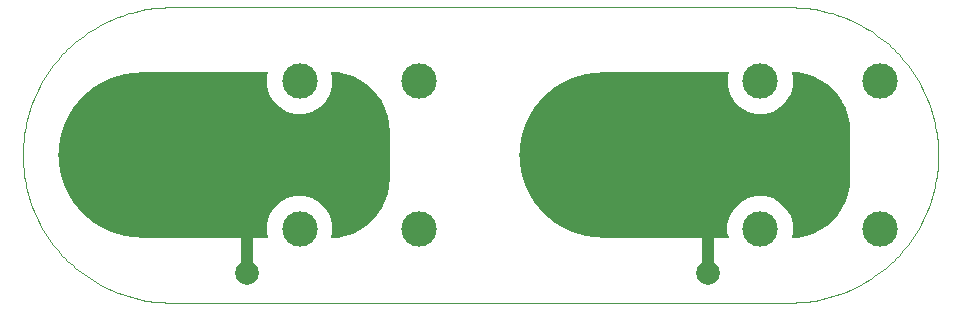
<source format=gbl>
G04 EAGLE Gerber RS-274X export*
G75*
%MOMM*%
%FSLAX35Y35*%
%LPD*%
%INcopper_bottom*%
%IPPOS*%
%AMOC8*
5,1,8,0,0,1.08239X$1,22.5*%
G01*
%ADD10C,0.000000*%
%ADD11C,3.000000*%
%ADD12C,5.000000*%
%ADD13C,14.000000*%
%ADD14C,2.000000*%
%ADD15C,1.016000*%

G36*
X-878634Y-704854D02*
X-878634Y-704854D01*
X-877903Y-704785D01*
X-877665Y-704657D01*
X-877401Y-704603D01*
X-876797Y-704189D01*
X-876152Y-703842D01*
X-875983Y-703631D01*
X-875760Y-703478D01*
X-875364Y-702859D01*
X-874907Y-702289D01*
X-874834Y-702030D01*
X-874688Y-701802D01*
X-874565Y-701078D01*
X-874366Y-700374D01*
X-874394Y-700074D01*
X-874354Y-699840D01*
X-874456Y-699409D01*
X-874522Y-698706D01*
X-884500Y-661468D01*
X-884500Y-588532D01*
X-865623Y-518082D01*
X-829155Y-454917D01*
X-777583Y-403345D01*
X-714418Y-366877D01*
X-643968Y-347999D01*
X-571032Y-347999D01*
X-500582Y-366877D01*
X-437417Y-403345D01*
X-385845Y-454917D01*
X-349377Y-518082D01*
X-330499Y-588532D01*
X-330499Y-661468D01*
X-340221Y-697748D01*
X-340276Y-698641D01*
X-340368Y-699529D01*
X-340337Y-699629D01*
X-340343Y-699735D01*
X-340046Y-700577D01*
X-339784Y-701431D01*
X-339716Y-701512D01*
X-339681Y-701611D01*
X-339079Y-702270D01*
X-338504Y-702955D01*
X-338411Y-703003D01*
X-338339Y-703081D01*
X-337529Y-703453D01*
X-336732Y-703859D01*
X-336617Y-703871D01*
X-336531Y-703910D01*
X-336118Y-703923D01*
X-335065Y-704031D01*
X-284410Y-700711D01*
X-284135Y-700636D01*
X-283762Y-700626D01*
X-219615Y-687866D01*
X-219352Y-687756D01*
X-218984Y-687697D01*
X-157052Y-666674D01*
X-156805Y-666530D01*
X-156447Y-666423D01*
X-97789Y-637497D01*
X-97563Y-637322D01*
X-97223Y-637170D01*
X-42842Y-600833D01*
X-42641Y-600631D01*
X-42323Y-600435D01*
X6850Y-557312D01*
X7023Y-557085D01*
X7312Y-556850D01*
X50435Y-507677D01*
X50577Y-507429D01*
X50833Y-507158D01*
X87170Y-452778D01*
X87278Y-452513D01*
X87497Y-452211D01*
X116423Y-393553D01*
X116496Y-393277D01*
X116674Y-392948D01*
X137697Y-331016D01*
X137733Y-330734D01*
X137866Y-330385D01*
X150626Y-266238D01*
X150625Y-265953D01*
X150711Y-265590D01*
X154989Y-200327D01*
X154969Y-200180D01*
X154999Y-200000D01*
X154999Y200000D01*
X154994Y200028D01*
X154997Y200048D01*
X154971Y200156D01*
X154989Y200327D01*
X150711Y265590D01*
X150636Y265865D01*
X150626Y266238D01*
X137866Y330385D01*
X137756Y330648D01*
X137697Y331016D01*
X116674Y392948D01*
X116530Y393195D01*
X116423Y393553D01*
X87497Y452211D01*
X87322Y452437D01*
X87170Y452778D01*
X50833Y507158D01*
X50631Y507359D01*
X50435Y507677D01*
X7312Y556850D01*
X7085Y557023D01*
X6850Y557312D01*
X-42323Y600435D01*
X-42571Y600577D01*
X-42842Y600833D01*
X-97223Y637170D01*
X-97487Y637278D01*
X-97789Y637497D01*
X-156447Y666423D01*
X-156723Y666496D01*
X-157052Y666674D01*
X-218984Y687697D01*
X-219266Y687733D01*
X-219615Y687866D01*
X-283762Y700626D01*
X-284047Y700625D01*
X-284410Y700711D01*
X-334693Y704007D01*
X-335574Y703887D01*
X-336467Y703803D01*
X-336561Y703753D01*
X-336664Y703739D01*
X-337428Y703286D01*
X-338219Y702860D01*
X-338285Y702777D01*
X-338375Y702724D01*
X-338906Y702003D01*
X-339464Y701307D01*
X-339492Y701207D01*
X-339555Y701121D01*
X-339763Y700250D01*
X-340005Y699393D01*
X-339994Y699278D01*
X-340016Y699185D01*
X-339947Y698776D01*
X-339848Y697724D01*
X-329999Y660968D01*
X-329999Y588032D01*
X-348877Y517582D01*
X-385345Y454417D01*
X-436917Y402845D01*
X-500082Y366377D01*
X-570532Y347499D01*
X-643468Y347499D01*
X-713918Y366377D01*
X-777083Y402845D01*
X-828655Y454417D01*
X-865123Y517582D01*
X-884000Y588032D01*
X-884000Y660968D01*
X-873888Y698706D01*
X-873843Y699438D01*
X-873720Y700160D01*
X-873783Y700423D01*
X-873766Y700692D01*
X-874010Y701383D01*
X-874178Y702096D01*
X-874338Y702314D01*
X-874428Y702568D01*
X-874921Y703109D01*
X-875356Y703701D01*
X-875588Y703839D01*
X-875770Y704038D01*
X-876434Y704343D01*
X-877065Y704719D01*
X-877364Y704769D01*
X-877578Y704868D01*
X-878019Y704881D01*
X-878717Y704999D01*
X-1950000Y704999D01*
X-1950080Y704983D01*
X-1950160Y704997D01*
X-1951053Y704785D01*
X-1951950Y704603D01*
X-1952017Y704558D01*
X-1952096Y704539D01*
X-1952836Y703996D01*
X-1953591Y703478D01*
X-1953635Y703410D01*
X-1953701Y703362D01*
X-1954170Y702573D01*
X-1954663Y701802D01*
X-1954677Y701722D01*
X-1954719Y701652D01*
X-1954999Y700000D01*
X-1954999Y-700000D01*
X-1954983Y-700080D01*
X-1954997Y-700160D01*
X-1954785Y-701053D01*
X-1954603Y-701950D01*
X-1954558Y-702017D01*
X-1954539Y-702096D01*
X-1953996Y-702836D01*
X-1953478Y-703591D01*
X-1953410Y-703635D01*
X-1953362Y-703701D01*
X-1952573Y-704170D01*
X-1951802Y-704663D01*
X-1951722Y-704677D01*
X-1951652Y-704719D01*
X-1950000Y-704999D01*
X-879351Y-704999D01*
X-878634Y-704854D01*
G37*
G36*
X3021366Y-704854D02*
X3021366Y-704854D01*
X3022096Y-704785D01*
X3022334Y-704657D01*
X3022598Y-704603D01*
X3023203Y-704189D01*
X3023848Y-703842D01*
X3024017Y-703631D01*
X3024240Y-703478D01*
X3024635Y-702859D01*
X3025093Y-702289D01*
X3025166Y-702030D01*
X3025312Y-701802D01*
X3025435Y-701078D01*
X3025634Y-700374D01*
X3025606Y-700074D01*
X3025645Y-699840D01*
X3025543Y-699409D01*
X3025478Y-698706D01*
X3015499Y-661468D01*
X3015499Y-588532D01*
X3034377Y-518082D01*
X3070845Y-454917D01*
X3122417Y-403345D01*
X3185582Y-366877D01*
X3256032Y-347999D01*
X3328968Y-347999D01*
X3399418Y-366877D01*
X3462583Y-403345D01*
X3514155Y-454917D01*
X3550623Y-518082D01*
X3569500Y-588532D01*
X3569500Y-661468D01*
X3559779Y-697748D01*
X3559724Y-698641D01*
X3559632Y-699529D01*
X3559663Y-699629D01*
X3559657Y-699735D01*
X3559954Y-700577D01*
X3560216Y-701431D01*
X3560284Y-701512D01*
X3560319Y-701611D01*
X3560920Y-702270D01*
X3561496Y-702955D01*
X3561589Y-703003D01*
X3561660Y-703081D01*
X3562471Y-703453D01*
X3563268Y-703859D01*
X3563383Y-703871D01*
X3563469Y-703910D01*
X3563882Y-703923D01*
X3564935Y-704031D01*
X3615590Y-700711D01*
X3615865Y-700636D01*
X3616238Y-700626D01*
X3680385Y-687866D01*
X3680648Y-687756D01*
X3681016Y-687697D01*
X3742948Y-666674D01*
X3743195Y-666530D01*
X3743553Y-666423D01*
X3802211Y-637497D01*
X3802437Y-637322D01*
X3802778Y-637170D01*
X3857158Y-600833D01*
X3857359Y-600631D01*
X3857677Y-600435D01*
X3906850Y-557312D01*
X3907023Y-557085D01*
X3907312Y-556850D01*
X3950435Y-507677D01*
X3950577Y-507429D01*
X3950833Y-507158D01*
X3987170Y-452778D01*
X3987278Y-452513D01*
X3987497Y-452211D01*
X4016423Y-393553D01*
X4016496Y-393277D01*
X4016674Y-392948D01*
X4037697Y-331016D01*
X4037733Y-330734D01*
X4037866Y-330385D01*
X4050626Y-266238D01*
X4050625Y-265953D01*
X4050711Y-265590D01*
X4054989Y-200327D01*
X4054969Y-200180D01*
X4054999Y-200000D01*
X4054999Y200000D01*
X4054994Y200028D01*
X4054997Y200048D01*
X4054971Y200156D01*
X4054989Y200327D01*
X4050711Y265590D01*
X4050636Y265865D01*
X4050626Y266238D01*
X4037866Y330385D01*
X4037756Y330648D01*
X4037697Y331016D01*
X4016674Y392948D01*
X4016530Y393195D01*
X4016423Y393553D01*
X3987497Y452211D01*
X3987322Y452437D01*
X3987170Y452778D01*
X3950833Y507158D01*
X3950631Y507359D01*
X3950435Y507677D01*
X3907312Y556850D01*
X3907085Y557023D01*
X3906850Y557312D01*
X3857677Y600435D01*
X3857429Y600577D01*
X3857158Y600833D01*
X3802778Y637170D01*
X3802513Y637278D01*
X3802211Y637497D01*
X3743553Y666423D01*
X3743277Y666496D01*
X3742948Y666674D01*
X3681016Y687697D01*
X3680734Y687733D01*
X3680385Y687866D01*
X3616238Y700626D01*
X3615953Y700625D01*
X3615590Y700711D01*
X3565307Y704007D01*
X3564425Y703887D01*
X3563533Y703803D01*
X3563439Y703753D01*
X3563336Y703739D01*
X3562572Y703286D01*
X3561781Y702860D01*
X3561714Y702777D01*
X3561624Y702724D01*
X3561094Y702003D01*
X3560536Y701307D01*
X3560508Y701207D01*
X3560445Y701121D01*
X3560237Y700250D01*
X3559995Y699393D01*
X3560006Y699278D01*
X3559984Y699185D01*
X3560053Y698776D01*
X3560151Y697724D01*
X3570000Y660968D01*
X3570000Y588032D01*
X3551123Y517582D01*
X3514655Y454417D01*
X3463083Y402845D01*
X3399918Y366377D01*
X3329468Y347499D01*
X3256532Y347499D01*
X3186082Y366377D01*
X3122917Y402845D01*
X3071345Y454417D01*
X3034877Y517582D01*
X3015999Y588032D01*
X3015999Y660968D01*
X3026112Y698706D01*
X3026157Y699438D01*
X3026279Y700160D01*
X3026217Y700423D01*
X3026234Y700692D01*
X3025990Y701383D01*
X3025821Y702096D01*
X3025661Y702314D01*
X3025572Y702568D01*
X3025078Y703109D01*
X3024644Y703701D01*
X3024412Y703839D01*
X3024230Y704038D01*
X3023565Y704343D01*
X3022934Y704719D01*
X3022636Y704769D01*
X3022421Y704868D01*
X3021980Y704881D01*
X3021283Y704999D01*
X1950000Y704999D01*
X1949920Y704983D01*
X1949840Y704997D01*
X1948947Y704785D01*
X1948050Y704603D01*
X1947983Y704558D01*
X1947904Y704539D01*
X1947164Y703996D01*
X1946409Y703478D01*
X1946365Y703410D01*
X1946299Y703362D01*
X1945830Y702573D01*
X1945337Y701802D01*
X1945323Y701722D01*
X1945281Y701652D01*
X1945001Y700000D01*
X1945001Y-700000D01*
X1945017Y-700080D01*
X1945003Y-700160D01*
X1945215Y-701053D01*
X1945397Y-701950D01*
X1945443Y-702017D01*
X1945461Y-702096D01*
X1946004Y-702836D01*
X1946522Y-703591D01*
X1946590Y-703635D01*
X1946638Y-703701D01*
X1947428Y-704170D01*
X1948198Y-704663D01*
X1948278Y-704677D01*
X1948348Y-704719D01*
X1950000Y-704999D01*
X3020648Y-704999D01*
X3021366Y-704854D01*
G37*
D10*
X-1700000Y1250000D02*
X3550000Y1250000D01*
X3580205Y1249635D01*
X3610392Y1248540D01*
X3640544Y1246716D01*
X3670642Y1244165D01*
X3700671Y1240886D01*
X3730611Y1236883D01*
X3760446Y1232158D01*
X3790158Y1226713D01*
X3819730Y1220551D01*
X3849145Y1213677D01*
X3878384Y1206094D01*
X3907432Y1197807D01*
X3936271Y1188821D01*
X3964885Y1179140D01*
X3993256Y1168770D01*
X4021369Y1157718D01*
X4049206Y1145990D01*
X4076751Y1133593D01*
X4103989Y1120534D01*
X4130904Y1106820D01*
X4157479Y1092460D01*
X4183700Y1077462D01*
X4209550Y1061835D01*
X4235016Y1045588D01*
X4260081Y1028730D01*
X4284732Y1011271D01*
X4308953Y993222D01*
X4332731Y974593D01*
X4356053Y955395D01*
X4378903Y935638D01*
X4401270Y915336D01*
X4423139Y894499D01*
X4444499Y873139D01*
X4465336Y851270D01*
X4485638Y828903D01*
X4505395Y806053D01*
X4524593Y782731D01*
X4543222Y758953D01*
X4561271Y734732D01*
X4578730Y710081D01*
X4595588Y685016D01*
X4611835Y659550D01*
X4627462Y633700D01*
X4642460Y607479D01*
X4656820Y580904D01*
X4670534Y553989D01*
X4683593Y526751D01*
X4695990Y499206D01*
X4707718Y471369D01*
X4718770Y443256D01*
X4729140Y414885D01*
X4738821Y386271D01*
X4747807Y357432D01*
X4756094Y328384D01*
X4763677Y299145D01*
X4770551Y269730D01*
X4776713Y240158D01*
X4782158Y210446D01*
X4786883Y180611D01*
X4790886Y150671D01*
X4794165Y120642D01*
X4796716Y90544D01*
X4798540Y60392D01*
X4799635Y30205D01*
X4800000Y0D01*
X4799635Y-30205D01*
X4798540Y-60392D01*
X4796716Y-90544D01*
X4794165Y-120642D01*
X4790886Y-150671D01*
X4786883Y-180611D01*
X4782158Y-210446D01*
X4776713Y-240158D01*
X4770551Y-269730D01*
X4763677Y-299145D01*
X4756094Y-328384D01*
X4747807Y-357432D01*
X4738821Y-386271D01*
X4729140Y-414885D01*
X4718770Y-443256D01*
X4707718Y-471369D01*
X4695990Y-499206D01*
X4683593Y-526751D01*
X4670534Y-553989D01*
X4656820Y-580904D01*
X4642460Y-607479D01*
X4627462Y-633700D01*
X4611835Y-659550D01*
X4595588Y-685016D01*
X4578730Y-710081D01*
X4561271Y-734732D01*
X4543222Y-758953D01*
X4524593Y-782731D01*
X4505395Y-806053D01*
X4485638Y-828903D01*
X4465336Y-851270D01*
X4444499Y-873139D01*
X4423139Y-894499D01*
X4401270Y-915336D01*
X4378903Y-935638D01*
X4356053Y-955395D01*
X4332731Y-974593D01*
X4308953Y-993222D01*
X4284732Y-1011271D01*
X4260081Y-1028730D01*
X4235016Y-1045588D01*
X4209550Y-1061835D01*
X4183700Y-1077462D01*
X4157479Y-1092460D01*
X4130904Y-1106820D01*
X4103989Y-1120534D01*
X4076751Y-1133593D01*
X4049206Y-1145990D01*
X4021369Y-1157718D01*
X3993256Y-1168770D01*
X3964885Y-1179140D01*
X3936271Y-1188821D01*
X3907432Y-1197807D01*
X3878384Y-1206094D01*
X3849145Y-1213677D01*
X3819730Y-1220551D01*
X3790158Y-1226713D01*
X3760446Y-1232158D01*
X3730611Y-1236883D01*
X3700671Y-1240886D01*
X3670642Y-1244165D01*
X3640544Y-1246716D01*
X3610392Y-1248540D01*
X3580205Y-1249635D01*
X3550000Y-1250000D01*
X-1700000Y-1250000D01*
X-1730205Y-1249635D01*
X-1760392Y-1248540D01*
X-1790544Y-1246716D01*
X-1820642Y-1244165D01*
X-1850671Y-1240886D01*
X-1880611Y-1236883D01*
X-1910446Y-1232158D01*
X-1940158Y-1226713D01*
X-1969730Y-1220551D01*
X-1999145Y-1213677D01*
X-2028384Y-1206094D01*
X-2057432Y-1197807D01*
X-2086271Y-1188821D01*
X-2114885Y-1179140D01*
X-2143256Y-1168770D01*
X-2171369Y-1157718D01*
X-2199206Y-1145990D01*
X-2226751Y-1133593D01*
X-2253989Y-1120534D01*
X-2280904Y-1106820D01*
X-2307479Y-1092460D01*
X-2333700Y-1077462D01*
X-2359550Y-1061835D01*
X-2385016Y-1045588D01*
X-2410081Y-1028730D01*
X-2434732Y-1011271D01*
X-2458953Y-993222D01*
X-2482731Y-974593D01*
X-2506053Y-955395D01*
X-2528903Y-935638D01*
X-2551270Y-915336D01*
X-2573139Y-894499D01*
X-2594499Y-873139D01*
X-2615336Y-851270D01*
X-2635638Y-828903D01*
X-2655395Y-806053D01*
X-2674593Y-782731D01*
X-2693222Y-758953D01*
X-2711271Y-734732D01*
X-2728730Y-710081D01*
X-2745588Y-685016D01*
X-2761835Y-659550D01*
X-2777462Y-633700D01*
X-2792460Y-607479D01*
X-2806820Y-580904D01*
X-2820534Y-553989D01*
X-2833593Y-526751D01*
X-2845990Y-499206D01*
X-2857718Y-471369D01*
X-2868770Y-443256D01*
X-2879140Y-414885D01*
X-2888821Y-386271D01*
X-2897807Y-357432D01*
X-2906094Y-328384D01*
X-2913677Y-299145D01*
X-2920551Y-269730D01*
X-2926713Y-240158D01*
X-2932158Y-210446D01*
X-2936883Y-180611D01*
X-2940886Y-150671D01*
X-2944165Y-120642D01*
X-2946716Y-90544D01*
X-2948540Y-60392D01*
X-2949635Y-30205D01*
X-2950000Y0D01*
X-2949635Y30205D01*
X-2948540Y60392D01*
X-2946716Y90544D01*
X-2944165Y120642D01*
X-2940886Y150671D01*
X-2936883Y180611D01*
X-2932158Y210446D01*
X-2926713Y240158D01*
X-2920551Y269730D01*
X-2913677Y299145D01*
X-2906094Y328384D01*
X-2897807Y357432D01*
X-2888821Y386271D01*
X-2879140Y414885D01*
X-2868770Y443256D01*
X-2857718Y471369D01*
X-2845990Y499206D01*
X-2833593Y526751D01*
X-2820534Y553989D01*
X-2806820Y580904D01*
X-2792460Y607479D01*
X-2777462Y633700D01*
X-2761835Y659550D01*
X-2745588Y685016D01*
X-2728730Y710081D01*
X-2711271Y734732D01*
X-2693222Y758953D01*
X-2674593Y782731D01*
X-2655395Y806053D01*
X-2635638Y828903D01*
X-2615336Y851270D01*
X-2594499Y873139D01*
X-2573139Y894499D01*
X-2551270Y915336D01*
X-2528903Y935638D01*
X-2506053Y955395D01*
X-2482731Y974593D01*
X-2458953Y993222D01*
X-2434732Y1011271D01*
X-2410081Y1028730D01*
X-2385016Y1045588D01*
X-2359550Y1061835D01*
X-2333700Y1077462D01*
X-2307479Y1092460D01*
X-2280904Y1106820D01*
X-2253989Y1120534D01*
X-2226751Y1133593D01*
X-2199206Y1145990D01*
X-2171369Y1157718D01*
X-2143256Y1168770D01*
X-2114885Y1179140D01*
X-2086271Y1188821D01*
X-2057432Y1197807D01*
X-2028384Y1206094D01*
X-1999145Y1213677D01*
X-1969730Y1220551D01*
X-1940158Y1226713D01*
X-1910446Y1232158D01*
X-1880611Y1236883D01*
X-1850671Y1240886D01*
X-1820642Y1244165D01*
X-1790544Y1246716D01*
X-1760392Y1248540D01*
X-1730205Y1249635D01*
X-1700000Y1250000D01*
D11*
X407500Y-625000D03*
X407500Y625000D03*
X-607500Y-625000D03*
X-607000Y624500D03*
D12*
X-100000Y0D03*
D11*
X4307500Y-625000D03*
X4307500Y625000D03*
X3292500Y-625000D03*
X3293000Y624500D03*
D12*
X3800000Y0D03*
D13*
X1950000Y0D03*
D14*
X2850000Y-1000000D03*
D15*
X2850000Y0D01*
X3800000Y0D01*
D13*
X-1950000Y0D03*
D14*
X-1050000Y-1000000D03*
D15*
X-1050000Y0D01*
X-100000Y0D01*
M02*

</source>
